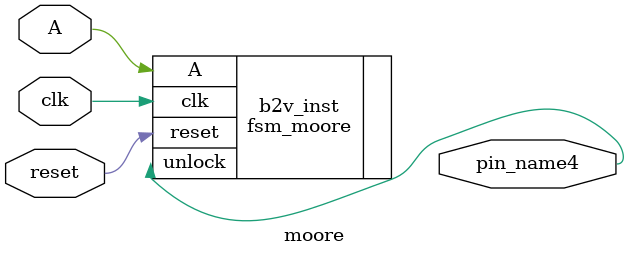
<source format=v>


module moore(
	clk,
	A,
	reset,
	pin_name4
);


input wire	clk;
input wire	A;
input wire	reset;
output wire	pin_name4;






fsm_moore	b2v_inst(
	.clk(clk),
	.A(A),
	.reset(reset),
	.unlock(pin_name4));


endmodule

</source>
